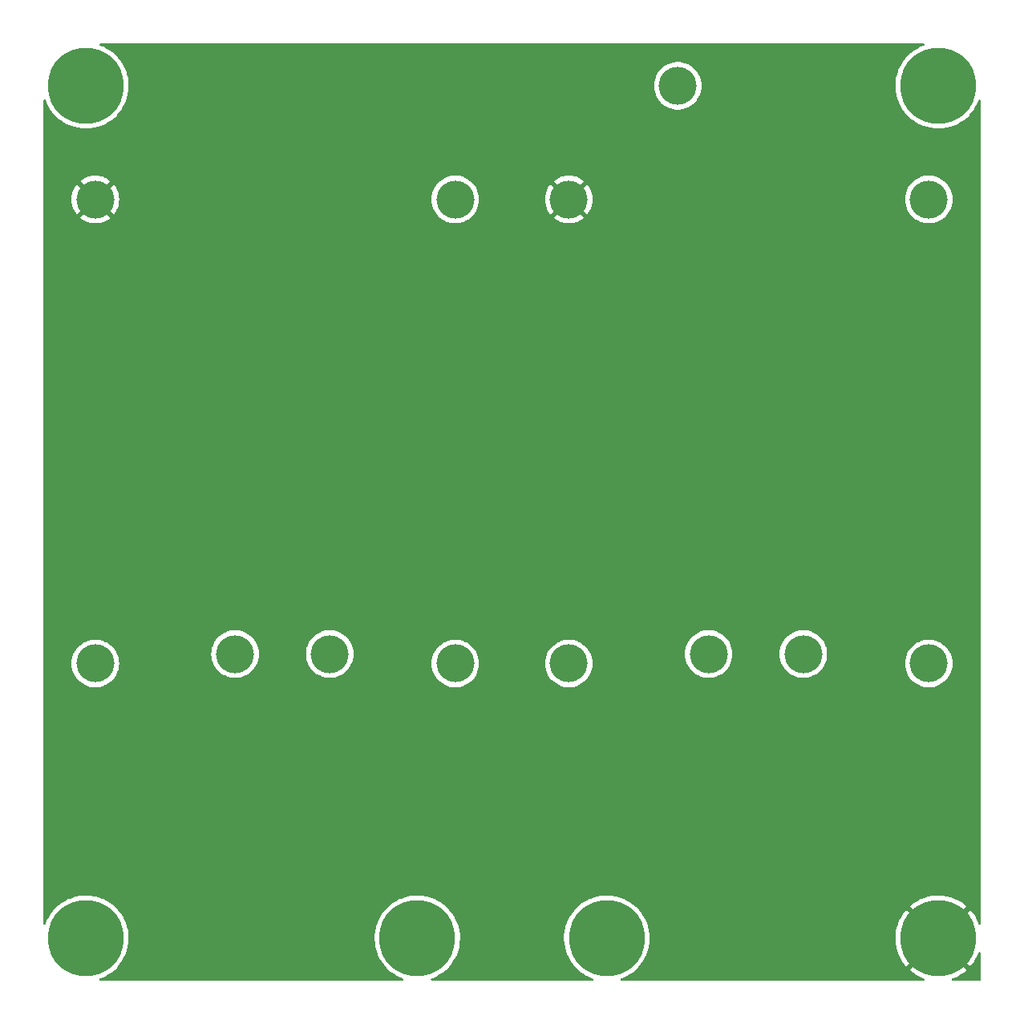
<source format=gbr>
%TF.GenerationSoftware,KiCad,Pcbnew,(6.0.7)*%
%TF.CreationDate,2022-10-27T22:38:12-07:00*%
%TF.ProjectId,3s25ABMS,33733235-4142-44d5-932e-6b696361645f,1.0*%
%TF.SameCoordinates,Original*%
%TF.FileFunction,Copper,L3,Inr*%
%TF.FilePolarity,Positive*%
%FSLAX46Y46*%
G04 Gerber Fmt 4.6, Leading zero omitted, Abs format (unit mm)*
G04 Created by KiCad (PCBNEW (6.0.7)) date 2022-10-27 22:38:12*
%MOMM*%
%LPD*%
G01*
G04 APERTURE LIST*
%TA.AperFunction,ComponentPad*%
%ADD10C,4.000000*%
%TD*%
%TA.AperFunction,ComponentPad*%
%ADD11C,0.900000*%
%TD*%
%TA.AperFunction,ComponentPad*%
%ADD12C,8.000000*%
%TD*%
%TA.AperFunction,ViaPad*%
%ADD13C,4.000000*%
%TD*%
G04 APERTURE END LIST*
D10*
%TO.N,Net-(H6-Pad1)*%
%TO.C,U2*%
X120750000Y-115000000D03*
%TO.N,Net-(F4-Pad1)*%
X130750000Y-115000000D03*
%TO.N,B2*%
X144000000Y-67000000D03*
%TO.N,B-*%
X106000000Y-67000000D03*
%TO.N,B1*%
X106000000Y-116000000D03*
%TO.N,B+*%
X144000000Y-116000000D03*
%TD*%
D11*
%TO.N,B+*%
%TO.C,H1*%
X58000000Y-145000000D03*
X52000000Y-145000000D03*
X57121320Y-142878680D03*
D12*
X55000000Y-145000000D03*
D11*
X55000000Y-142000000D03*
X52878680Y-142878680D03*
X55000000Y-148000000D03*
X57121320Y-147121320D03*
X52878680Y-147121320D03*
%TD*%
%TO.N,Net-(F2-Pad2)*%
%TO.C,H2*%
X57121320Y-52878680D03*
X55000000Y-52000000D03*
X52878680Y-57121320D03*
X58000000Y-55000000D03*
X52000000Y-55000000D03*
X57121320Y-57121320D03*
X55000000Y-58000000D03*
D12*
X55000000Y-55000000D03*
D11*
X52878680Y-52878680D03*
%TD*%
D12*
%TO.N,Net-(F3-Pad2)*%
%TO.C,H5*%
X110000000Y-145000000D03*
D11*
X107878680Y-142878680D03*
X107000000Y-145000000D03*
X113000000Y-145000000D03*
X110000000Y-148000000D03*
X107878680Y-147121320D03*
X112121320Y-142878680D03*
X110000000Y-142000000D03*
X112121320Y-147121320D03*
%TD*%
%TO.N,Net-(H6-Pad1)*%
%TO.C,H6*%
X87878680Y-142878680D03*
D12*
X90000000Y-145000000D03*
D11*
X90000000Y-148000000D03*
X92121320Y-142878680D03*
X90000000Y-142000000D03*
X87878680Y-147121320D03*
X93000000Y-145000000D03*
X87000000Y-145000000D03*
X92121320Y-147121320D03*
%TD*%
%TO.N,B-*%
%TO.C,H4*%
X142878680Y-142878680D03*
D12*
X145000000Y-145000000D03*
D11*
X145000000Y-142000000D03*
X147121320Y-147121320D03*
X147121320Y-142878680D03*
X145000000Y-148000000D03*
X142000000Y-145000000D03*
X148000000Y-145000000D03*
X142878680Y-147121320D03*
%TD*%
%TO.N,Net-(F1-Pad2)*%
%TO.C,H3*%
X145000000Y-58000000D03*
X147121320Y-52878680D03*
X142878680Y-57121320D03*
X142000000Y-55000000D03*
D12*
X145000000Y-55000000D03*
D11*
X147121320Y-57121320D03*
X145000000Y-52000000D03*
X142878680Y-52878680D03*
X148000000Y-55000000D03*
%TD*%
D10*
%TO.N,B+*%
%TO.C,U1*%
X94000000Y-116000000D03*
%TO.N,B1*%
X56000000Y-116000000D03*
%TO.N,B-*%
X56000000Y-67000000D03*
%TO.N,B2*%
X94000000Y-67000000D03*
%TO.N,Net-(F3-Pad1)*%
X80750000Y-115000000D03*
%TO.N,Net-(H6-Pad1)*%
X70750000Y-115000000D03*
%TD*%
D13*
%TO.N,B1*%
X117500000Y-55000000D03*
%TD*%
%TA.AperFunction,Conductor*%
%TO.N,B-*%
G36*
X143502653Y-50528502D02*
G01*
X143549146Y-50582158D01*
X143559250Y-50652432D01*
X143529756Y-50717012D01*
X143481325Y-50751489D01*
X143135529Y-50889797D01*
X143132982Y-50891095D01*
X142773227Y-51074399D01*
X142773222Y-51074402D01*
X142770684Y-51075695D01*
X142424189Y-51293894D01*
X142098896Y-51542599D01*
X141797483Y-51819763D01*
X141522430Y-52123104D01*
X141276002Y-52450125D01*
X141060227Y-52798135D01*
X141058947Y-52800691D01*
X141058942Y-52800700D01*
X140949635Y-53018982D01*
X140876881Y-53164269D01*
X140875840Y-53166925D01*
X140875837Y-53166932D01*
X140785561Y-53397290D01*
X140727473Y-53545513D01*
X140726681Y-53548240D01*
X140726677Y-53548251D01*
X140656715Y-53789063D01*
X140613233Y-53938729D01*
X140535101Y-54340681D01*
X140493721Y-54748060D01*
X140489433Y-55157512D01*
X140489662Y-55160357D01*
X140489662Y-55160360D01*
X140517465Y-55505910D01*
X140522273Y-55565668D01*
X140591969Y-55969168D01*
X140697949Y-56364691D01*
X140698934Y-56367368D01*
X140828892Y-56720582D01*
X140839340Y-56748980D01*
X141014979Y-57118874D01*
X141016937Y-57122184D01*
X141193473Y-57420691D01*
X141223418Y-57471326D01*
X141462944Y-57803436D01*
X141731584Y-58112471D01*
X142027126Y-58395886D01*
X142029344Y-58397656D01*
X142029349Y-58397661D01*
X142187132Y-58523617D01*
X142347139Y-58651349D01*
X142349520Y-58652919D01*
X142639482Y-58844113D01*
X142688989Y-58876757D01*
X142691519Y-58878113D01*
X142691518Y-58878113D01*
X142998340Y-59042630D01*
X143049860Y-59070255D01*
X143426784Y-59230250D01*
X143429522Y-59231129D01*
X143813931Y-59354549D01*
X143813935Y-59354550D01*
X143816657Y-59355424D01*
X143819447Y-59356048D01*
X143819452Y-59356049D01*
X144213477Y-59444125D01*
X144213488Y-59444127D01*
X144216271Y-59444749D01*
X144622335Y-59497487D01*
X145031509Y-59513206D01*
X145034371Y-59513056D01*
X145034372Y-59513056D01*
X145437566Y-59491926D01*
X145437573Y-59491925D01*
X145440422Y-59491776D01*
X145443245Y-59491369D01*
X145443247Y-59491369D01*
X145842889Y-59433780D01*
X145842896Y-59433779D01*
X145845711Y-59433373D01*
X146244038Y-59338478D01*
X146246736Y-59337570D01*
X146246743Y-59337568D01*
X146629414Y-59208785D01*
X146629420Y-59208783D01*
X146632126Y-59207872D01*
X147006779Y-59042630D01*
X147364914Y-58844113D01*
X147703583Y-58613954D01*
X148019998Y-58354047D01*
X148022036Y-58352038D01*
X148022043Y-58352031D01*
X148267161Y-58110311D01*
X148311555Y-58066533D01*
X148317261Y-58059781D01*
X148574008Y-57755963D01*
X148574013Y-57755957D01*
X148575854Y-57753778D01*
X148747600Y-57508500D01*
X148809084Y-57420691D01*
X148810719Y-57418356D01*
X149014217Y-57063027D01*
X149015401Y-57060441D01*
X149183485Y-56693316D01*
X149183488Y-56693307D01*
X149184674Y-56690718D01*
X149246654Y-56514715D01*
X149288147Y-56457106D01*
X149354199Y-56431075D01*
X149423840Y-56444887D01*
X149474957Y-56494156D01*
X149491500Y-56556567D01*
X149491500Y-143440564D01*
X149471498Y-143508685D01*
X149417842Y-143555178D01*
X149347568Y-143565282D01*
X149282988Y-143535788D01*
X149245803Y-143479918D01*
X149219588Y-143400183D01*
X149217558Y-143394841D01*
X149057226Y-143024336D01*
X149054722Y-143019202D01*
X148861471Y-142664752D01*
X148858508Y-142659861D01*
X148633930Y-142324389D01*
X148630537Y-142319787D01*
X148376832Y-142006489D01*
X148363963Y-141999226D01*
X148362596Y-141999305D01*
X148355268Y-142003942D01*
X148006618Y-142352592D01*
X147121320Y-143237889D01*
X146595233Y-143763977D01*
X145372022Y-144987188D01*
X145364408Y-145001132D01*
X145364539Y-145002965D01*
X145368790Y-145009580D01*
X146595232Y-146236022D01*
X147049739Y-146690530D01*
X147121319Y-146762110D01*
X148006617Y-147647407D01*
X148350688Y-147991478D01*
X148364134Y-147998820D01*
X148373970Y-147991900D01*
X148573611Y-147755657D01*
X148577097Y-147751130D01*
X148808659Y-147420424D01*
X148811716Y-147415608D01*
X149012350Y-147065281D01*
X149014962Y-147060199D01*
X149183020Y-146693127D01*
X149185159Y-146687834D01*
X149246654Y-146513208D01*
X149288147Y-146455599D01*
X149354200Y-146429568D01*
X149423840Y-146443380D01*
X149474957Y-146492650D01*
X149491500Y-146555060D01*
X149491500Y-149365500D01*
X149471498Y-149433621D01*
X149417842Y-149480114D01*
X149365500Y-149491500D01*
X146557210Y-149491500D01*
X146489089Y-149471498D01*
X146442596Y-149417842D01*
X146432492Y-149347568D01*
X146461986Y-149282988D01*
X146517021Y-149246081D01*
X146629233Y-149208318D01*
X146634563Y-149206250D01*
X147003946Y-149043332D01*
X147009053Y-149040797D01*
X147362145Y-148845075D01*
X147367024Y-148842074D01*
X147700898Y-148615174D01*
X147705511Y-148611723D01*
X147991829Y-148376539D01*
X148000290Y-148364106D01*
X147994040Y-148353250D01*
X147647408Y-148006618D01*
X146762111Y-147121320D01*
X146236023Y-146595233D01*
X145012812Y-145372022D01*
X144998868Y-145364408D01*
X144997035Y-145364539D01*
X144990420Y-145368790D01*
X143763978Y-146595232D01*
X142878680Y-147480529D01*
X142352593Y-148006617D01*
X142007723Y-148351487D01*
X142000109Y-148365431D01*
X142000190Y-148366564D01*
X142005168Y-148374136D01*
X142025401Y-148393539D01*
X142029678Y-148397283D01*
X142345218Y-148649175D01*
X142349801Y-148652505D01*
X142686867Y-148874759D01*
X142691763Y-148877677D01*
X143047543Y-149068444D01*
X143052717Y-149070923D01*
X143424339Y-149228668D01*
X143429680Y-149230654D01*
X143476020Y-149245532D01*
X143534766Y-149285400D01*
X143562631Y-149350700D01*
X143550769Y-149420699D01*
X143502945Y-149473172D01*
X143437503Y-149491500D01*
X111558779Y-149491500D01*
X111490658Y-149471498D01*
X111444165Y-149417842D01*
X111434061Y-149347568D01*
X111463555Y-149282988D01*
X111518590Y-149246081D01*
X111520222Y-149245532D01*
X111570332Y-149228668D01*
X111629414Y-149208785D01*
X111629420Y-149208783D01*
X111632126Y-149207872D01*
X112006779Y-149042630D01*
X112364914Y-148844113D01*
X112703583Y-148613954D01*
X112992616Y-148376539D01*
X113017779Y-148355870D01*
X113017783Y-148355867D01*
X113019998Y-148354047D01*
X113022036Y-148352038D01*
X113022043Y-148352031D01*
X113267161Y-148110311D01*
X113311555Y-148066533D01*
X113368777Y-147998820D01*
X113574008Y-147755963D01*
X113574013Y-147755957D01*
X113575854Y-147753778D01*
X113810719Y-147418356D01*
X114014217Y-147063027D01*
X114156909Y-146751362D01*
X114183485Y-146693316D01*
X114183488Y-146693307D01*
X114184674Y-146690718D01*
X114320685Y-146304492D01*
X114321387Y-146301718D01*
X114420430Y-145910307D01*
X114420431Y-145910303D01*
X114421133Y-145907528D01*
X114485189Y-145503095D01*
X114508333Y-145154638D01*
X140489964Y-145154638D01*
X140490163Y-145160343D01*
X140522540Y-145562753D01*
X140523258Y-145568430D01*
X140591970Y-145966229D01*
X140593201Y-145971829D01*
X140697689Y-146361786D01*
X140699413Y-146367219D01*
X140838817Y-146746108D01*
X140841025Y-146751362D01*
X141014192Y-147116050D01*
X141016877Y-147121099D01*
X141222390Y-147468606D01*
X141225500Y-147473358D01*
X141461668Y-147800812D01*
X141465208Y-147805278D01*
X141625528Y-147989704D01*
X141638657Y-147998113D01*
X141648570Y-147992220D01*
X141993382Y-147647408D01*
X142878680Y-146762111D01*
X142950260Y-146690531D01*
X143404767Y-146236023D01*
X144627978Y-145012812D01*
X144635592Y-144998868D01*
X144635461Y-144997035D01*
X144631210Y-144990420D01*
X143404768Y-143763978D01*
X142519471Y-142878680D01*
X141993383Y-142352593D01*
X141650424Y-142009634D01*
X141636480Y-142002020D01*
X141636287Y-142002033D01*
X141627465Y-142008012D01*
X141524743Y-142121298D01*
X141521091Y-142125712D01*
X141278139Y-142448120D01*
X141274906Y-142452843D01*
X141062173Y-142795946D01*
X141059379Y-142800946D01*
X140878624Y-143161905D01*
X140876290Y-143167147D01*
X140728992Y-143543009D01*
X140727149Y-143548422D01*
X140614517Y-143936103D01*
X140613175Y-143941653D01*
X140536142Y-144337952D01*
X140535309Y-144343593D01*
X140494512Y-144745234D01*
X140494192Y-144750958D01*
X140489964Y-145154638D01*
X114508333Y-145154638D01*
X114512326Y-145094520D01*
X114513316Y-145000000D01*
X114494741Y-144590947D01*
X114439169Y-144185260D01*
X114347057Y-143786280D01*
X114341460Y-143769255D01*
X114220057Y-143400005D01*
X114220054Y-143399998D01*
X114219164Y-143397290D01*
X114056542Y-143021492D01*
X113933436Y-142795701D01*
X113861899Y-142664492D01*
X113861895Y-142664485D01*
X113860529Y-142661980D01*
X113780190Y-142541971D01*
X113634332Y-142324090D01*
X113634324Y-142324079D01*
X113632740Y-142321713D01*
X113375049Y-142003491D01*
X113370979Y-141999305D01*
X113091567Y-141711980D01*
X113091563Y-141711976D01*
X113089577Y-141709934D01*
X113087419Y-141708084D01*
X113087409Y-141708075D01*
X113006483Y-141638713D01*
X142001723Y-141638713D01*
X142001735Y-141639144D01*
X142007102Y-141647892D01*
X142352592Y-141993382D01*
X142809334Y-142450125D01*
X142878679Y-142519470D01*
X143763977Y-143404767D01*
X144987188Y-144627978D01*
X145001132Y-144635592D01*
X145002965Y-144635461D01*
X145009580Y-144631210D01*
X146236022Y-143404768D01*
X147121320Y-142519471D01*
X147190665Y-142450126D01*
X147647407Y-141993383D01*
X147990943Y-141649847D01*
X147998351Y-141636280D01*
X147991609Y-141626624D01*
X147780533Y-141445711D01*
X147776040Y-141442200D01*
X147446969Y-141208341D01*
X147442146Y-141205233D01*
X147093242Y-141002166D01*
X147088177Y-140999519D01*
X146722296Y-140828905D01*
X146717003Y-140826724D01*
X146337166Y-140689973D01*
X146331706Y-140688284D01*
X145941036Y-140586522D01*
X145935446Y-140585334D01*
X145537154Y-140519397D01*
X145531490Y-140518721D01*
X145128851Y-140489153D01*
X145123150Y-140488994D01*
X144719489Y-140496040D01*
X144713801Y-140496398D01*
X144312457Y-140539998D01*
X144306787Y-140540876D01*
X143911058Y-140620669D01*
X143905512Y-140622051D01*
X143518627Y-140737387D01*
X143513223Y-140739269D01*
X143138396Y-140889189D01*
X143133189Y-140891551D01*
X142773475Y-141074834D01*
X142768510Y-141077655D01*
X142426897Y-141292781D01*
X142422202Y-141296044D01*
X142101494Y-141541243D01*
X142097114Y-141544917D01*
X142009910Y-141625106D01*
X142001723Y-141638713D01*
X113006483Y-141638713D01*
X112780849Y-141445321D01*
X112780844Y-141445317D01*
X112778675Y-141443458D01*
X112776344Y-141441801D01*
X112776337Y-141441796D01*
X112570663Y-141295632D01*
X112444900Y-141206257D01*
X112267950Y-141103270D01*
X112093474Y-141001722D01*
X112093469Y-141001719D01*
X112091001Y-141000283D01*
X111856846Y-140891095D01*
X111722487Y-140828442D01*
X111722477Y-140828438D01*
X111719891Y-140827232D01*
X111717194Y-140826261D01*
X111337314Y-140689495D01*
X111337305Y-140689492D01*
X111334624Y-140688527D01*
X111072247Y-140620183D01*
X110941140Y-140586032D01*
X110941134Y-140586031D01*
X110938371Y-140585311D01*
X110534395Y-140518433D01*
X110531552Y-140518224D01*
X110531550Y-140518224D01*
X110128865Y-140488653D01*
X110126019Y-140488444D01*
X109956043Y-140491411D01*
X109719458Y-140495540D01*
X109719453Y-140495540D01*
X109716607Y-140495590D01*
X109713774Y-140495898D01*
X109713770Y-140495898D01*
X109384896Y-140531625D01*
X109309527Y-140539813D01*
X108908130Y-140620749D01*
X108905402Y-140621562D01*
X108905391Y-140621565D01*
X108675922Y-140689973D01*
X108515721Y-140737731D01*
X108513060Y-140738795D01*
X108513058Y-140738796D01*
X108288927Y-140828442D01*
X108135529Y-140889797D01*
X108132982Y-140891095D01*
X107773227Y-141074399D01*
X107773222Y-141074402D01*
X107770684Y-141075695D01*
X107768265Y-141077218D01*
X107768262Y-141077220D01*
X107597437Y-141184794D01*
X107424189Y-141293894D01*
X107098896Y-141542599D01*
X106797483Y-141819763D01*
X106522430Y-142123104D01*
X106276002Y-142450125D01*
X106060227Y-142798135D01*
X106058947Y-142800691D01*
X106058942Y-142800700D01*
X106058819Y-142800946D01*
X105876881Y-143164269D01*
X105875840Y-143166925D01*
X105875837Y-143166932D01*
X105786521Y-143394841D01*
X105727473Y-143545513D01*
X105726681Y-143548240D01*
X105726677Y-143548251D01*
X105656715Y-143789063D01*
X105613233Y-143938729D01*
X105535101Y-144340681D01*
X105493721Y-144748060D01*
X105489433Y-145157512D01*
X105489661Y-145160343D01*
X105489662Y-145160360D01*
X105517465Y-145505910D01*
X105522273Y-145565668D01*
X105591969Y-145969168D01*
X105697949Y-146364691D01*
X105698934Y-146367368D01*
X105817835Y-146690530D01*
X105839340Y-146748980D01*
X105840565Y-146751560D01*
X105840568Y-146751567D01*
X105845575Y-146762111D01*
X106014979Y-147118874D01*
X106016426Y-147121320D01*
X106193473Y-147420691D01*
X106223418Y-147471326D01*
X106225080Y-147473630D01*
X106225081Y-147473632D01*
X106461052Y-147800812D01*
X106462944Y-147803436D01*
X106731584Y-148112471D01*
X107027126Y-148395886D01*
X107029344Y-148397656D01*
X107029349Y-148397661D01*
X107187133Y-148523618D01*
X107347139Y-148651349D01*
X107349520Y-148652919D01*
X107640941Y-148845075D01*
X107688989Y-148876757D01*
X107691519Y-148878113D01*
X107691518Y-148878113D01*
X108046483Y-149068444D01*
X108049860Y-149070255D01*
X108426784Y-149230250D01*
X108429512Y-149231126D01*
X108429515Y-149231127D01*
X108445980Y-149236413D01*
X108474384Y-149245533D01*
X108533128Y-149285400D01*
X108560993Y-149350700D01*
X108549131Y-149420699D01*
X108501307Y-149473172D01*
X108435865Y-149491500D01*
X91558779Y-149491500D01*
X91490658Y-149471498D01*
X91444165Y-149417842D01*
X91434061Y-149347568D01*
X91463555Y-149282988D01*
X91518590Y-149246081D01*
X91520222Y-149245532D01*
X91570332Y-149228668D01*
X91629414Y-149208785D01*
X91629420Y-149208783D01*
X91632126Y-149207872D01*
X92006779Y-149042630D01*
X92364914Y-148844113D01*
X92703583Y-148613954D01*
X92992616Y-148376539D01*
X93017779Y-148355870D01*
X93017783Y-148355867D01*
X93019998Y-148354047D01*
X93022036Y-148352038D01*
X93022043Y-148352031D01*
X93267161Y-148110311D01*
X93311555Y-148066533D01*
X93368777Y-147998820D01*
X93574008Y-147755963D01*
X93574013Y-147755957D01*
X93575854Y-147753778D01*
X93810719Y-147418356D01*
X94014217Y-147063027D01*
X94156909Y-146751362D01*
X94183485Y-146693316D01*
X94183488Y-146693307D01*
X94184674Y-146690718D01*
X94320685Y-146304492D01*
X94321387Y-146301718D01*
X94420430Y-145910307D01*
X94420431Y-145910303D01*
X94421133Y-145907528D01*
X94485189Y-145503095D01*
X94512326Y-145094520D01*
X94513316Y-145000000D01*
X94494741Y-144590947D01*
X94439169Y-144185260D01*
X94347057Y-143786280D01*
X94341460Y-143769255D01*
X94220057Y-143400005D01*
X94220054Y-143399998D01*
X94219164Y-143397290D01*
X94056542Y-143021492D01*
X93933436Y-142795701D01*
X93861899Y-142664492D01*
X93861895Y-142664485D01*
X93860529Y-142661980D01*
X93780190Y-142541971D01*
X93634332Y-142324090D01*
X93634324Y-142324079D01*
X93632740Y-142321713D01*
X93375049Y-142003491D01*
X93370979Y-141999305D01*
X93091567Y-141711980D01*
X93091563Y-141711976D01*
X93089577Y-141709934D01*
X93087419Y-141708084D01*
X93087409Y-141708075D01*
X92780849Y-141445321D01*
X92780844Y-141445317D01*
X92778675Y-141443458D01*
X92776344Y-141441801D01*
X92776337Y-141441796D01*
X92570663Y-141295632D01*
X92444900Y-141206257D01*
X92267950Y-141103270D01*
X92093474Y-141001722D01*
X92093469Y-141001719D01*
X92091001Y-141000283D01*
X91856846Y-140891095D01*
X91722487Y-140828442D01*
X91722477Y-140828438D01*
X91719891Y-140827232D01*
X91717194Y-140826261D01*
X91337314Y-140689495D01*
X91337305Y-140689492D01*
X91334624Y-140688527D01*
X91072247Y-140620183D01*
X90941140Y-140586032D01*
X90941134Y-140586031D01*
X90938371Y-140585311D01*
X90534395Y-140518433D01*
X90531552Y-140518224D01*
X90531550Y-140518224D01*
X90128865Y-140488653D01*
X90126019Y-140488444D01*
X89956043Y-140491411D01*
X89719458Y-140495540D01*
X89719453Y-140495540D01*
X89716607Y-140495590D01*
X89713774Y-140495898D01*
X89713770Y-140495898D01*
X89384896Y-140531625D01*
X89309527Y-140539813D01*
X88908130Y-140620749D01*
X88905402Y-140621562D01*
X88905391Y-140621565D01*
X88675922Y-140689973D01*
X88515721Y-140737731D01*
X88513060Y-140738795D01*
X88513058Y-140738796D01*
X88288927Y-140828442D01*
X88135529Y-140889797D01*
X88132982Y-140891095D01*
X87773227Y-141074399D01*
X87773222Y-141074402D01*
X87770684Y-141075695D01*
X87768265Y-141077218D01*
X87768262Y-141077220D01*
X87597437Y-141184794D01*
X87424189Y-141293894D01*
X87098896Y-141542599D01*
X86797483Y-141819763D01*
X86522430Y-142123104D01*
X86276002Y-142450125D01*
X86060227Y-142798135D01*
X86058947Y-142800691D01*
X86058942Y-142800700D01*
X86058819Y-142800946D01*
X85876881Y-143164269D01*
X85875840Y-143166925D01*
X85875837Y-143166932D01*
X85786521Y-143394841D01*
X85727473Y-143545513D01*
X85726681Y-143548240D01*
X85726677Y-143548251D01*
X85656715Y-143789063D01*
X85613233Y-143938729D01*
X85535101Y-144340681D01*
X85493721Y-144748060D01*
X85489433Y-145157512D01*
X85489661Y-145160343D01*
X85489662Y-145160360D01*
X85517465Y-145505910D01*
X85522273Y-145565668D01*
X85591969Y-145969168D01*
X85697949Y-146364691D01*
X85698934Y-146367368D01*
X85817835Y-146690530D01*
X85839340Y-146748980D01*
X85840565Y-146751560D01*
X85840568Y-146751567D01*
X85845575Y-146762111D01*
X86014979Y-147118874D01*
X86016426Y-147121320D01*
X86193473Y-147420691D01*
X86223418Y-147471326D01*
X86225080Y-147473630D01*
X86225081Y-147473632D01*
X86461052Y-147800812D01*
X86462944Y-147803436D01*
X86731584Y-148112471D01*
X87027126Y-148395886D01*
X87029344Y-148397656D01*
X87029349Y-148397661D01*
X87187133Y-148523618D01*
X87347139Y-148651349D01*
X87349520Y-148652919D01*
X87640941Y-148845075D01*
X87688989Y-148876757D01*
X87691519Y-148878113D01*
X87691518Y-148878113D01*
X88046483Y-149068444D01*
X88049860Y-149070255D01*
X88426784Y-149230250D01*
X88429512Y-149231126D01*
X88429515Y-149231127D01*
X88445980Y-149236413D01*
X88474384Y-149245533D01*
X88533128Y-149285400D01*
X88560993Y-149350700D01*
X88549131Y-149420699D01*
X88501307Y-149473172D01*
X88435865Y-149491500D01*
X56558779Y-149491500D01*
X56490658Y-149471498D01*
X56444165Y-149417842D01*
X56434061Y-149347568D01*
X56463555Y-149282988D01*
X56518590Y-149246081D01*
X56520222Y-149245532D01*
X56570332Y-149228668D01*
X56629414Y-149208785D01*
X56629420Y-149208783D01*
X56632126Y-149207872D01*
X57006779Y-149042630D01*
X57364914Y-148844113D01*
X57703583Y-148613954D01*
X57992616Y-148376539D01*
X58017779Y-148355870D01*
X58017783Y-148355867D01*
X58019998Y-148354047D01*
X58022036Y-148352038D01*
X58022043Y-148352031D01*
X58267161Y-148110311D01*
X58311555Y-148066533D01*
X58368777Y-147998820D01*
X58574008Y-147755963D01*
X58574013Y-147755957D01*
X58575854Y-147753778D01*
X58810719Y-147418356D01*
X59014217Y-147063027D01*
X59156909Y-146751362D01*
X59183485Y-146693316D01*
X59183488Y-146693307D01*
X59184674Y-146690718D01*
X59320685Y-146304492D01*
X59321387Y-146301718D01*
X59420430Y-145910307D01*
X59420431Y-145910303D01*
X59421133Y-145907528D01*
X59485189Y-145503095D01*
X59512326Y-145094520D01*
X59513316Y-145000000D01*
X59494741Y-144590947D01*
X59439169Y-144185260D01*
X59347057Y-143786280D01*
X59341460Y-143769255D01*
X59220057Y-143400005D01*
X59220054Y-143399998D01*
X59219164Y-143397290D01*
X59056542Y-143021492D01*
X58933436Y-142795701D01*
X58861899Y-142664492D01*
X58861895Y-142664485D01*
X58860529Y-142661980D01*
X58780190Y-142541971D01*
X58634332Y-142324090D01*
X58634324Y-142324079D01*
X58632740Y-142321713D01*
X58375049Y-142003491D01*
X58370979Y-141999305D01*
X58091567Y-141711980D01*
X58091563Y-141711976D01*
X58089577Y-141709934D01*
X58087419Y-141708084D01*
X58087409Y-141708075D01*
X57780849Y-141445321D01*
X57780844Y-141445317D01*
X57778675Y-141443458D01*
X57776344Y-141441801D01*
X57776337Y-141441796D01*
X57570663Y-141295632D01*
X57444900Y-141206257D01*
X57267950Y-141103270D01*
X57093474Y-141001722D01*
X57093469Y-141001719D01*
X57091001Y-141000283D01*
X56856846Y-140891095D01*
X56722487Y-140828442D01*
X56722477Y-140828438D01*
X56719891Y-140827232D01*
X56717194Y-140826261D01*
X56337314Y-140689495D01*
X56337305Y-140689492D01*
X56334624Y-140688527D01*
X56072247Y-140620183D01*
X55941140Y-140586032D01*
X55941134Y-140586031D01*
X55938371Y-140585311D01*
X55534395Y-140518433D01*
X55531552Y-140518224D01*
X55531550Y-140518224D01*
X55128865Y-140488653D01*
X55126019Y-140488444D01*
X54956043Y-140491411D01*
X54719458Y-140495540D01*
X54719453Y-140495540D01*
X54716607Y-140495590D01*
X54713774Y-140495898D01*
X54713770Y-140495898D01*
X54384896Y-140531625D01*
X54309527Y-140539813D01*
X53908130Y-140620749D01*
X53905402Y-140621562D01*
X53905391Y-140621565D01*
X53675922Y-140689973D01*
X53515721Y-140737731D01*
X53513060Y-140738795D01*
X53513058Y-140738796D01*
X53288927Y-140828442D01*
X53135529Y-140889797D01*
X53132982Y-140891095D01*
X52773227Y-141074399D01*
X52773222Y-141074402D01*
X52770684Y-141075695D01*
X52768265Y-141077218D01*
X52768262Y-141077220D01*
X52597437Y-141184794D01*
X52424189Y-141293894D01*
X52098896Y-141542599D01*
X51797483Y-141819763D01*
X51522430Y-142123104D01*
X51276002Y-142450125D01*
X51060227Y-142798135D01*
X51058947Y-142800691D01*
X51058942Y-142800700D01*
X51058819Y-142800946D01*
X50876881Y-143164269D01*
X50875836Y-143166935D01*
X50875834Y-143166940D01*
X50751813Y-143483404D01*
X50708334Y-143539530D01*
X50641414Y-143563240D01*
X50572298Y-143547006D01*
X50522931Y-143495982D01*
X50508500Y-143437430D01*
X50508500Y-116000000D01*
X53486540Y-116000000D01*
X53506359Y-116315020D01*
X53565505Y-116625072D01*
X53663044Y-116925266D01*
X53664731Y-116928852D01*
X53664733Y-116928856D01*
X53795750Y-117207283D01*
X53795754Y-117207290D01*
X53797438Y-117210869D01*
X53966568Y-117477375D01*
X54167767Y-117720582D01*
X54397860Y-117936654D01*
X54653221Y-118122184D01*
X54929821Y-118274247D01*
X54933490Y-118275700D01*
X54933495Y-118275702D01*
X55219628Y-118388990D01*
X55223298Y-118390443D01*
X55529025Y-118468940D01*
X55842179Y-118508500D01*
X56157821Y-118508500D01*
X56470975Y-118468940D01*
X56776702Y-118390443D01*
X56780372Y-118388990D01*
X57066505Y-118275702D01*
X57066510Y-118275700D01*
X57070179Y-118274247D01*
X57346779Y-118122184D01*
X57602140Y-117936654D01*
X57832233Y-117720582D01*
X58033432Y-117477375D01*
X58202562Y-117210869D01*
X58204246Y-117207290D01*
X58204250Y-117207283D01*
X58335267Y-116928856D01*
X58335269Y-116928852D01*
X58336956Y-116925266D01*
X58434495Y-116625072D01*
X58493641Y-116315020D01*
X58513460Y-116000000D01*
X58493641Y-115684980D01*
X58434495Y-115374928D01*
X58336956Y-115074734D01*
X58335267Y-115071144D01*
X58301789Y-115000000D01*
X68236540Y-115000000D01*
X68256359Y-115315020D01*
X68315505Y-115625072D01*
X68413044Y-115925266D01*
X68414731Y-115928852D01*
X68414733Y-115928856D01*
X68545750Y-116207283D01*
X68545754Y-116207290D01*
X68547438Y-116210869D01*
X68716568Y-116477375D01*
X68917767Y-116720582D01*
X69147860Y-116936654D01*
X69403221Y-117122184D01*
X69406690Y-117124091D01*
X69406693Y-117124093D01*
X69676352Y-117272340D01*
X69679821Y-117274247D01*
X69683490Y-117275700D01*
X69683495Y-117275702D01*
X69969628Y-117388990D01*
X69973298Y-117390443D01*
X70279025Y-117468940D01*
X70592179Y-117508500D01*
X70907821Y-117508500D01*
X71220975Y-117468940D01*
X71526702Y-117390443D01*
X71530372Y-117388990D01*
X71816505Y-117275702D01*
X71816510Y-117275700D01*
X71820179Y-117274247D01*
X71823648Y-117272340D01*
X72093307Y-117124093D01*
X72093310Y-117124091D01*
X72096779Y-117122184D01*
X72352140Y-116936654D01*
X72582233Y-116720582D01*
X72783432Y-116477375D01*
X72952562Y-116210869D01*
X72954246Y-116207290D01*
X72954250Y-116207283D01*
X73085267Y-115928856D01*
X73085269Y-115928852D01*
X73086956Y-115925266D01*
X73184495Y-115625072D01*
X73243641Y-115315020D01*
X73263460Y-115000000D01*
X78236540Y-115000000D01*
X78256359Y-115315020D01*
X78315505Y-115625072D01*
X78413044Y-115925266D01*
X78414731Y-115928852D01*
X78414733Y-115928856D01*
X78545750Y-116207283D01*
X78545754Y-116207290D01*
X78547438Y-116210869D01*
X78716568Y-116477375D01*
X78917767Y-116720582D01*
X79147860Y-116936654D01*
X79403221Y-117122184D01*
X79406690Y-117124091D01*
X79406693Y-117124093D01*
X79676352Y-117272340D01*
X79679821Y-117274247D01*
X79683490Y-117275700D01*
X79683495Y-117275702D01*
X79969628Y-117388990D01*
X79973298Y-117390443D01*
X80279025Y-117468940D01*
X80592179Y-117508500D01*
X80907821Y-117508500D01*
X81220975Y-117468940D01*
X81526702Y-117390443D01*
X81530372Y-117388990D01*
X81816505Y-117275702D01*
X81816510Y-117275700D01*
X81820179Y-117274247D01*
X81823648Y-117272340D01*
X82093307Y-117124093D01*
X82093310Y-117124091D01*
X82096779Y-117122184D01*
X82352140Y-116936654D01*
X82582233Y-116720582D01*
X82783432Y-116477375D01*
X82952562Y-116210869D01*
X82954246Y-116207290D01*
X82954250Y-116207283D01*
X83051789Y-116000000D01*
X91486540Y-116000000D01*
X91506359Y-116315020D01*
X91565505Y-116625072D01*
X91663044Y-116925266D01*
X91664731Y-116928852D01*
X91664733Y-116928856D01*
X91795750Y-117207283D01*
X91795754Y-117207290D01*
X91797438Y-117210869D01*
X91966568Y-117477375D01*
X92167767Y-117720582D01*
X92397860Y-117936654D01*
X92653221Y-118122184D01*
X92929821Y-118274247D01*
X92933490Y-118275700D01*
X92933495Y-118275702D01*
X93219628Y-118388990D01*
X93223298Y-118390443D01*
X93529025Y-118468940D01*
X93842179Y-118508500D01*
X94157821Y-118508500D01*
X94470975Y-118468940D01*
X94776702Y-118390443D01*
X94780372Y-118388990D01*
X95066505Y-118275702D01*
X95066510Y-118275700D01*
X95070179Y-118274247D01*
X95346779Y-118122184D01*
X95602140Y-117936654D01*
X95832233Y-117720582D01*
X96033432Y-117477375D01*
X96202562Y-117210869D01*
X96204246Y-117207290D01*
X96204250Y-117207283D01*
X96335267Y-116928856D01*
X96335269Y-116928852D01*
X96336956Y-116925266D01*
X96434495Y-116625072D01*
X96493641Y-116315020D01*
X96513460Y-116000000D01*
X103486540Y-116000000D01*
X103506359Y-116315020D01*
X103565505Y-116625072D01*
X103663044Y-116925266D01*
X103664731Y-116928852D01*
X103664733Y-116928856D01*
X103795750Y-117207283D01*
X103795754Y-117207290D01*
X103797438Y-117210869D01*
X103966568Y-117477375D01*
X104167767Y-117720582D01*
X104397860Y-117936654D01*
X104653221Y-118122184D01*
X104929821Y-118274247D01*
X104933490Y-118275700D01*
X104933495Y-118275702D01*
X105219628Y-118388990D01*
X105223298Y-118390443D01*
X105529025Y-118468940D01*
X105842179Y-118508500D01*
X106157821Y-118508500D01*
X106470975Y-118468940D01*
X106776702Y-118390443D01*
X106780372Y-118388990D01*
X107066505Y-118275702D01*
X107066510Y-118275700D01*
X107070179Y-118274247D01*
X107346779Y-118122184D01*
X107602140Y-117936654D01*
X107832233Y-117720582D01*
X108033432Y-117477375D01*
X108202562Y-117210869D01*
X108204246Y-117207290D01*
X108204250Y-117207283D01*
X108335267Y-116928856D01*
X108335269Y-116928852D01*
X108336956Y-116925266D01*
X108434495Y-116625072D01*
X108493641Y-116315020D01*
X108513460Y-116000000D01*
X108493641Y-115684980D01*
X108434495Y-115374928D01*
X108336956Y-115074734D01*
X108335267Y-115071144D01*
X108301789Y-115000000D01*
X118236540Y-115000000D01*
X118256359Y-115315020D01*
X118315505Y-115625072D01*
X118413044Y-115925266D01*
X118414731Y-115928852D01*
X118414733Y-115928856D01*
X118545750Y-116207283D01*
X118545754Y-116207290D01*
X118547438Y-116210869D01*
X118716568Y-116477375D01*
X118917767Y-116720582D01*
X119147860Y-116936654D01*
X119403221Y-117122184D01*
X119406690Y-117124091D01*
X119406693Y-117124093D01*
X119676352Y-117272340D01*
X119679821Y-117274247D01*
X119683490Y-117275700D01*
X119683495Y-117275702D01*
X119969628Y-117388990D01*
X119973298Y-117390443D01*
X120279025Y-117468940D01*
X120592179Y-117508500D01*
X120907821Y-117508500D01*
X121220975Y-117468940D01*
X121526702Y-117390443D01*
X121530372Y-117388990D01*
X121816505Y-117275702D01*
X121816510Y-117275700D01*
X121820179Y-117274247D01*
X121823648Y-117272340D01*
X122093307Y-117124093D01*
X122093310Y-117124091D01*
X122096779Y-117122184D01*
X122352140Y-116936654D01*
X122582233Y-116720582D01*
X122783432Y-116477375D01*
X122952562Y-116210869D01*
X122954246Y-116207290D01*
X122954250Y-116207283D01*
X123085267Y-115928856D01*
X123085269Y-115928852D01*
X123086956Y-115925266D01*
X123184495Y-115625072D01*
X123243641Y-115315020D01*
X123263460Y-115000000D01*
X128236540Y-115000000D01*
X128256359Y-115315020D01*
X128315505Y-115625072D01*
X128413044Y-115925266D01*
X128414731Y-115928852D01*
X128414733Y-115928856D01*
X128545750Y-116207283D01*
X128545754Y-116207290D01*
X128547438Y-116210869D01*
X128716568Y-116477375D01*
X128917767Y-116720582D01*
X129147860Y-116936654D01*
X129403221Y-117122184D01*
X129406690Y-117124091D01*
X129406693Y-117124093D01*
X129676352Y-117272340D01*
X129679821Y-117274247D01*
X129683490Y-117275700D01*
X129683495Y-117275702D01*
X129969628Y-117388990D01*
X129973298Y-117390443D01*
X130279025Y-117468940D01*
X130592179Y-117508500D01*
X130907821Y-117508500D01*
X131220975Y-117468940D01*
X131526702Y-117390443D01*
X131530372Y-117388990D01*
X131816505Y-117275702D01*
X131816510Y-117275700D01*
X131820179Y-117274247D01*
X131823648Y-117272340D01*
X132093307Y-117124093D01*
X132093310Y-117124091D01*
X132096779Y-117122184D01*
X132352140Y-116936654D01*
X132582233Y-116720582D01*
X132783432Y-116477375D01*
X132952562Y-116210869D01*
X132954246Y-116207290D01*
X132954250Y-116207283D01*
X133051789Y-116000000D01*
X141486540Y-116000000D01*
X141506359Y-116315020D01*
X141565505Y-116625072D01*
X141663044Y-116925266D01*
X141664731Y-116928852D01*
X141664733Y-116928856D01*
X141795750Y-117207283D01*
X141795754Y-117207290D01*
X141797438Y-117210869D01*
X141966568Y-117477375D01*
X142167767Y-117720582D01*
X142397860Y-117936654D01*
X142653221Y-118122184D01*
X142929821Y-118274247D01*
X142933490Y-118275700D01*
X142933495Y-118275702D01*
X143219628Y-118388990D01*
X143223298Y-118390443D01*
X143529025Y-118468940D01*
X143842179Y-118508500D01*
X144157821Y-118508500D01*
X144470975Y-118468940D01*
X144776702Y-118390443D01*
X144780372Y-118388990D01*
X145066505Y-118275702D01*
X145066510Y-118275700D01*
X145070179Y-118274247D01*
X145346779Y-118122184D01*
X145602140Y-117936654D01*
X145832233Y-117720582D01*
X146033432Y-117477375D01*
X146202562Y-117210869D01*
X146204246Y-117207290D01*
X146204250Y-117207283D01*
X146335267Y-116928856D01*
X146335269Y-116928852D01*
X146336956Y-116925266D01*
X146434495Y-116625072D01*
X146493641Y-116315020D01*
X146513460Y-116000000D01*
X146493641Y-115684980D01*
X146434495Y-115374928D01*
X146336956Y-115074734D01*
X146335267Y-115071144D01*
X146204250Y-114792717D01*
X146204246Y-114792710D01*
X146202562Y-114789131D01*
X146033432Y-114522625D01*
X145832233Y-114279418D01*
X145602140Y-114063346D01*
X145346779Y-113877816D01*
X145191986Y-113792717D01*
X145073648Y-113727660D01*
X145073647Y-113727659D01*
X145070179Y-113725753D01*
X145066510Y-113724300D01*
X145066505Y-113724298D01*
X144780372Y-113611010D01*
X144780371Y-113611010D01*
X144776702Y-113609557D01*
X144470975Y-113531060D01*
X144157821Y-113491500D01*
X143842179Y-113491500D01*
X143529025Y-113531060D01*
X143223298Y-113609557D01*
X143219629Y-113611010D01*
X143219628Y-113611010D01*
X142933495Y-113724298D01*
X142933490Y-113724300D01*
X142929821Y-113725753D01*
X142926353Y-113727659D01*
X142926352Y-113727660D01*
X142808015Y-113792717D01*
X142653221Y-113877816D01*
X142397860Y-114063346D01*
X142167767Y-114279418D01*
X141966568Y-114522625D01*
X141797438Y-114789131D01*
X141795754Y-114792710D01*
X141795750Y-114792717D01*
X141664733Y-115071144D01*
X141663044Y-115074734D01*
X141565505Y-115374928D01*
X141506359Y-115684980D01*
X141486540Y-116000000D01*
X133051789Y-116000000D01*
X133085267Y-115928856D01*
X133085269Y-115928852D01*
X133086956Y-115925266D01*
X133184495Y-115625072D01*
X133243641Y-115315020D01*
X133263460Y-115000000D01*
X133243641Y-114684980D01*
X133184495Y-114374928D01*
X133086956Y-114074734D01*
X133082873Y-114066057D01*
X132954250Y-113792717D01*
X132954246Y-113792710D01*
X132952562Y-113789131D01*
X132783432Y-113522625D01*
X132582233Y-113279418D01*
X132352140Y-113063346D01*
X132096779Y-112877816D01*
X131820179Y-112725753D01*
X131816510Y-112724300D01*
X131816505Y-112724298D01*
X131530372Y-112611010D01*
X131530371Y-112611010D01*
X131526702Y-112609557D01*
X131220975Y-112531060D01*
X130907821Y-112491500D01*
X130592179Y-112491500D01*
X130279025Y-112531060D01*
X129973298Y-112609557D01*
X129969629Y-112611010D01*
X129969628Y-112611010D01*
X129683495Y-112724298D01*
X129683490Y-112724300D01*
X129679821Y-112725753D01*
X129403221Y-112877816D01*
X129147860Y-113063346D01*
X128917767Y-113279418D01*
X128716568Y-113522625D01*
X128547438Y-113789131D01*
X128545754Y-113792710D01*
X128545750Y-113792717D01*
X128417127Y-114066057D01*
X128413044Y-114074734D01*
X128315505Y-114374928D01*
X128256359Y-114684980D01*
X128236540Y-115000000D01*
X123263460Y-115000000D01*
X123243641Y-114684980D01*
X123184495Y-114374928D01*
X123086956Y-114074734D01*
X123082873Y-114066057D01*
X122954250Y-113792717D01*
X122954246Y-113792710D01*
X122952562Y-113789131D01*
X122783432Y-113522625D01*
X122582233Y-113279418D01*
X122352140Y-113063346D01*
X122096779Y-112877816D01*
X121820179Y-112725753D01*
X121816510Y-112724300D01*
X121816505Y-112724298D01*
X121530372Y-112611010D01*
X121530371Y-112611010D01*
X121526702Y-112609557D01*
X121220975Y-112531060D01*
X120907821Y-112491500D01*
X120592179Y-112491500D01*
X120279025Y-112531060D01*
X119973298Y-112609557D01*
X119969629Y-112611010D01*
X119969628Y-112611010D01*
X119683495Y-112724298D01*
X119683490Y-112724300D01*
X119679821Y-112725753D01*
X119403221Y-112877816D01*
X119147860Y-113063346D01*
X118917767Y-113279418D01*
X118716568Y-113522625D01*
X118547438Y-113789131D01*
X118545754Y-113792710D01*
X118545750Y-113792717D01*
X118417127Y-114066057D01*
X118413044Y-114074734D01*
X118315505Y-114374928D01*
X118256359Y-114684980D01*
X118236540Y-115000000D01*
X108301789Y-115000000D01*
X108204250Y-114792717D01*
X108204246Y-114792710D01*
X108202562Y-114789131D01*
X108033432Y-114522625D01*
X107832233Y-114279418D01*
X107602140Y-114063346D01*
X107346779Y-113877816D01*
X107191986Y-113792717D01*
X107073648Y-113727660D01*
X107073647Y-113727659D01*
X107070179Y-113725753D01*
X107066510Y-113724300D01*
X107066505Y-113724298D01*
X106780372Y-113611010D01*
X106780371Y-113611010D01*
X106776702Y-113609557D01*
X106470975Y-113531060D01*
X106157821Y-113491500D01*
X105842179Y-113491500D01*
X105529025Y-113531060D01*
X105223298Y-113609557D01*
X105219629Y-113611010D01*
X105219628Y-113611010D01*
X104933495Y-113724298D01*
X104933490Y-113724300D01*
X104929821Y-113725753D01*
X104926353Y-113727659D01*
X104926352Y-113727660D01*
X104808015Y-113792717D01*
X104653221Y-113877816D01*
X104397860Y-114063346D01*
X104167767Y-114279418D01*
X103966568Y-114522625D01*
X103797438Y-114789131D01*
X103795754Y-114792710D01*
X103795750Y-114792717D01*
X103664733Y-115071144D01*
X103663044Y-115074734D01*
X103565505Y-115374928D01*
X103506359Y-115684980D01*
X103486540Y-116000000D01*
X96513460Y-116000000D01*
X96493641Y-115684980D01*
X96434495Y-115374928D01*
X96336956Y-115074734D01*
X96335267Y-115071144D01*
X96204250Y-114792717D01*
X96204246Y-114792710D01*
X96202562Y-114789131D01*
X96033432Y-114522625D01*
X95832233Y-114279418D01*
X95602140Y-114063346D01*
X95346779Y-113877816D01*
X95191986Y-113792717D01*
X95073648Y-113727660D01*
X95073647Y-113727659D01*
X95070179Y-113725753D01*
X95066510Y-113724300D01*
X95066505Y-113724298D01*
X94780372Y-113611010D01*
X94780371Y-113611010D01*
X94776702Y-113609557D01*
X94470975Y-113531060D01*
X94157821Y-113491500D01*
X93842179Y-113491500D01*
X93529025Y-113531060D01*
X93223298Y-113609557D01*
X93219629Y-113611010D01*
X93219628Y-113611010D01*
X92933495Y-113724298D01*
X92933490Y-113724300D01*
X92929821Y-113725753D01*
X92926353Y-113727659D01*
X92926352Y-113727660D01*
X92808015Y-113792717D01*
X92653221Y-113877816D01*
X92397860Y-114063346D01*
X92167767Y-114279418D01*
X91966568Y-114522625D01*
X91797438Y-114789131D01*
X91795754Y-114792710D01*
X91795750Y-114792717D01*
X91664733Y-115071144D01*
X91663044Y-115074734D01*
X91565505Y-115374928D01*
X91506359Y-115684980D01*
X91486540Y-116000000D01*
X83051789Y-116000000D01*
X83085267Y-115928856D01*
X83085269Y-115928852D01*
X83086956Y-115925266D01*
X83184495Y-115625072D01*
X83243641Y-115315020D01*
X83263460Y-115000000D01*
X83243641Y-114684980D01*
X83184495Y-114374928D01*
X83086956Y-114074734D01*
X83082873Y-114066057D01*
X82954250Y-113792717D01*
X82954246Y-113792710D01*
X82952562Y-113789131D01*
X82783432Y-113522625D01*
X82582233Y-113279418D01*
X82352140Y-113063346D01*
X82096779Y-112877816D01*
X81820179Y-112725753D01*
X81816510Y-112724300D01*
X81816505Y-112724298D01*
X81530372Y-112611010D01*
X81530371Y-112611010D01*
X81526702Y-112609557D01*
X81220975Y-112531060D01*
X80907821Y-112491500D01*
X80592179Y-112491500D01*
X80279025Y-112531060D01*
X79973298Y-112609557D01*
X79969629Y-112611010D01*
X79969628Y-112611010D01*
X79683495Y-112724298D01*
X79683490Y-112724300D01*
X79679821Y-112725753D01*
X79403221Y-112877816D01*
X79147860Y-113063346D01*
X78917767Y-113279418D01*
X78716568Y-113522625D01*
X78547438Y-113789131D01*
X78545754Y-113792710D01*
X78545750Y-113792717D01*
X78417127Y-114066057D01*
X78413044Y-114074734D01*
X78315505Y-114374928D01*
X78256359Y-114684980D01*
X78236540Y-115000000D01*
X73263460Y-115000000D01*
X73243641Y-114684980D01*
X73184495Y-114374928D01*
X73086956Y-114074734D01*
X73082873Y-114066057D01*
X72954250Y-113792717D01*
X72954246Y-113792710D01*
X72952562Y-113789131D01*
X72783432Y-113522625D01*
X72582233Y-113279418D01*
X72352140Y-113063346D01*
X72096779Y-112877816D01*
X71820179Y-112725753D01*
X71816510Y-112724300D01*
X71816505Y-112724298D01*
X71530372Y-112611010D01*
X71530371Y-112611010D01*
X71526702Y-112609557D01*
X71220975Y-112531060D01*
X70907821Y-112491500D01*
X70592179Y-112491500D01*
X70279025Y-112531060D01*
X69973298Y-112609557D01*
X69969629Y-112611010D01*
X69969628Y-112611010D01*
X69683495Y-112724298D01*
X69683490Y-112724300D01*
X69679821Y-112725753D01*
X69403221Y-112877816D01*
X69147860Y-113063346D01*
X68917767Y-113279418D01*
X68716568Y-113522625D01*
X68547438Y-113789131D01*
X68545754Y-113792710D01*
X68545750Y-113792717D01*
X68417127Y-114066057D01*
X68413044Y-114074734D01*
X68315505Y-114374928D01*
X68256359Y-114684980D01*
X68236540Y-115000000D01*
X58301789Y-115000000D01*
X58204250Y-114792717D01*
X58204246Y-114792710D01*
X58202562Y-114789131D01*
X58033432Y-114522625D01*
X57832233Y-114279418D01*
X57602140Y-114063346D01*
X57346779Y-113877816D01*
X57191986Y-113792717D01*
X57073648Y-113727660D01*
X57073647Y-113727659D01*
X57070179Y-113725753D01*
X57066510Y-113724300D01*
X57066505Y-113724298D01*
X56780372Y-113611010D01*
X56780371Y-113611010D01*
X56776702Y-113609557D01*
X56470975Y-113531060D01*
X56157821Y-113491500D01*
X55842179Y-113491500D01*
X55529025Y-113531060D01*
X55223298Y-113609557D01*
X55219629Y-113611010D01*
X55219628Y-113611010D01*
X54933495Y-113724298D01*
X54933490Y-113724300D01*
X54929821Y-113725753D01*
X54926353Y-113727659D01*
X54926352Y-113727660D01*
X54808015Y-113792717D01*
X54653221Y-113877816D01*
X54397860Y-114063346D01*
X54167767Y-114279418D01*
X53966568Y-114522625D01*
X53797438Y-114789131D01*
X53795754Y-114792710D01*
X53795750Y-114792717D01*
X53664733Y-115071144D01*
X53663044Y-115074734D01*
X53565505Y-115374928D01*
X53506359Y-115684980D01*
X53486540Y-116000000D01*
X50508500Y-116000000D01*
X50508500Y-68945987D01*
X54418721Y-68945987D01*
X54427548Y-68957605D01*
X54650281Y-69119430D01*
X54656961Y-69123670D01*
X54926572Y-69271890D01*
X54933707Y-69275247D01*
X55219770Y-69388508D01*
X55227296Y-69390953D01*
X55525279Y-69467462D01*
X55533050Y-69468945D01*
X55838278Y-69507503D01*
X55846169Y-69508000D01*
X56153831Y-69508000D01*
X56161722Y-69507503D01*
X56466950Y-69468945D01*
X56474721Y-69467462D01*
X56772704Y-69390953D01*
X56780230Y-69388508D01*
X57066293Y-69275247D01*
X57073428Y-69271890D01*
X57343039Y-69123670D01*
X57349719Y-69119430D01*
X57572823Y-68957336D01*
X57581246Y-68946413D01*
X57574342Y-68933552D01*
X56012812Y-67372022D01*
X55998868Y-67364408D01*
X55997035Y-67364539D01*
X55990420Y-67368790D01*
X54425334Y-68933876D01*
X54418721Y-68945987D01*
X50508500Y-68945987D01*
X50508500Y-67003958D01*
X53487290Y-67003958D01*
X53506607Y-67310994D01*
X53507600Y-67318855D01*
X53565246Y-67621046D01*
X53567217Y-67628723D01*
X53662284Y-67921309D01*
X53665199Y-67928672D01*
X53796189Y-68207041D01*
X53800001Y-68213974D01*
X53964851Y-68473736D01*
X53969495Y-68480129D01*
X54044497Y-68570790D01*
X54057014Y-68579245D01*
X54067752Y-68573038D01*
X55627978Y-67012812D01*
X55634356Y-67001132D01*
X56364408Y-67001132D01*
X56364539Y-67002965D01*
X56368790Y-67009580D01*
X57931145Y-68571935D01*
X57944407Y-68579177D01*
X57954512Y-68571988D01*
X58030505Y-68480129D01*
X58035149Y-68473736D01*
X58199999Y-68213974D01*
X58203811Y-68207041D01*
X58334801Y-67928672D01*
X58337716Y-67921309D01*
X58432783Y-67628723D01*
X58434754Y-67621046D01*
X58492400Y-67318855D01*
X58493393Y-67310994D01*
X58512710Y-67003958D01*
X58512710Y-67000000D01*
X91486540Y-67000000D01*
X91506359Y-67315020D01*
X91565505Y-67625072D01*
X91663044Y-67925266D01*
X91664731Y-67928852D01*
X91664733Y-67928856D01*
X91795750Y-68207283D01*
X91795754Y-68207290D01*
X91797438Y-68210869D01*
X91966568Y-68477375D01*
X92167767Y-68720582D01*
X92397860Y-68936654D01*
X92653221Y-69122184D01*
X92656690Y-69124091D01*
X92656693Y-69124093D01*
X92926352Y-69272340D01*
X92929821Y-69274247D01*
X92933490Y-69275700D01*
X92933495Y-69275702D01*
X93218411Y-69388508D01*
X93223298Y-69390443D01*
X93529025Y-69468940D01*
X93842179Y-69508500D01*
X94157821Y-69508500D01*
X94470975Y-69468940D01*
X94776702Y-69390443D01*
X94781589Y-69388508D01*
X95066505Y-69275702D01*
X95066510Y-69275700D01*
X95070179Y-69274247D01*
X95073648Y-69272340D01*
X95343307Y-69124093D01*
X95343310Y-69124091D01*
X95346779Y-69122184D01*
X95589294Y-68945987D01*
X104418721Y-68945987D01*
X104427548Y-68957605D01*
X104650281Y-69119430D01*
X104656961Y-69123670D01*
X104926572Y-69271890D01*
X104933707Y-69275247D01*
X105219770Y-69388508D01*
X105227296Y-69390953D01*
X105525279Y-69467462D01*
X105533050Y-69468945D01*
X105838278Y-69507503D01*
X105846169Y-69508000D01*
X106153831Y-69508000D01*
X106161722Y-69507503D01*
X106466950Y-69468945D01*
X106474721Y-69467462D01*
X106772704Y-69390953D01*
X106780230Y-69388508D01*
X107066293Y-69275247D01*
X107073428Y-69271890D01*
X107343039Y-69123670D01*
X107349719Y-69119430D01*
X107572823Y-68957336D01*
X107581246Y-68946413D01*
X107574342Y-68933552D01*
X106012812Y-67372022D01*
X105998868Y-67364408D01*
X105997035Y-67364539D01*
X105990420Y-67368790D01*
X104425334Y-68933876D01*
X104418721Y-68945987D01*
X95589294Y-68945987D01*
X95602140Y-68936654D01*
X95832233Y-68720582D01*
X96033432Y-68477375D01*
X96202562Y-68210869D01*
X96204246Y-68207290D01*
X96204250Y-68207283D01*
X96335267Y-67928856D01*
X96335269Y-67928852D01*
X96336956Y-67925266D01*
X96434495Y-67625072D01*
X96493641Y-67315020D01*
X96513211Y-67003958D01*
X103487290Y-67003958D01*
X103506607Y-67310994D01*
X103507600Y-67318855D01*
X103565246Y-67621046D01*
X103567217Y-67628723D01*
X103662284Y-67921309D01*
X103665199Y-67928672D01*
X103796189Y-68207041D01*
X103800001Y-68213974D01*
X103964851Y-68473736D01*
X103969495Y-68480129D01*
X104044497Y-68570790D01*
X104057014Y-68579245D01*
X104067752Y-68573038D01*
X105627978Y-67012812D01*
X105634356Y-67001132D01*
X106364408Y-67001132D01*
X106364539Y-67002965D01*
X106368790Y-67009580D01*
X107931145Y-68571935D01*
X107944407Y-68579177D01*
X107954512Y-68571988D01*
X108030505Y-68480129D01*
X108035149Y-68473736D01*
X108199999Y-68213974D01*
X108203811Y-68207041D01*
X108334801Y-67928672D01*
X108337716Y-67921309D01*
X108432783Y-67628723D01*
X108434754Y-67621046D01*
X108492400Y-67318855D01*
X108493393Y-67310994D01*
X108512710Y-67003958D01*
X108512710Y-67000000D01*
X141486540Y-67000000D01*
X141506359Y-67315020D01*
X141565505Y-67625072D01*
X141663044Y-67925266D01*
X141664731Y-67928852D01*
X141664733Y-67928856D01*
X141795750Y-68207283D01*
X141795754Y-68207290D01*
X141797438Y-68210869D01*
X141966568Y-68477375D01*
X142167767Y-68720582D01*
X142397860Y-68936654D01*
X142653221Y-69122184D01*
X142656690Y-69124091D01*
X142656693Y-69124093D01*
X142926352Y-69272340D01*
X142929821Y-69274247D01*
X142933490Y-69275700D01*
X142933495Y-69275702D01*
X143218411Y-69388508D01*
X143223298Y-69390443D01*
X143529025Y-69468940D01*
X143842179Y-69508500D01*
X144157821Y-69508500D01*
X144470975Y-69468940D01*
X144776702Y-69390443D01*
X144781589Y-69388508D01*
X145066505Y-69275702D01*
X145066510Y-69275700D01*
X145070179Y-69274247D01*
X145073648Y-69272340D01*
X145343307Y-69124093D01*
X145343310Y-69124091D01*
X145346779Y-69122184D01*
X145602140Y-68936654D01*
X145832233Y-68720582D01*
X146033432Y-68477375D01*
X146202562Y-68210869D01*
X146204246Y-68207290D01*
X146204250Y-68207283D01*
X146335267Y-67928856D01*
X146335269Y-67928852D01*
X146336956Y-67925266D01*
X146434495Y-67625072D01*
X146493641Y-67315020D01*
X146513460Y-67000000D01*
X146493641Y-66684980D01*
X146434495Y-66374928D01*
X146336956Y-66074734D01*
X146335267Y-66071144D01*
X146204250Y-65792717D01*
X146204246Y-65792710D01*
X146202562Y-65789131D01*
X146033432Y-65522625D01*
X145832233Y-65279418D01*
X145602140Y-65063346D01*
X145346779Y-64877816D01*
X145074467Y-64728110D01*
X145073648Y-64727660D01*
X145073647Y-64727659D01*
X145070179Y-64725753D01*
X145066510Y-64724300D01*
X145066505Y-64724298D01*
X144780372Y-64611010D01*
X144780371Y-64611010D01*
X144776702Y-64609557D01*
X144470975Y-64531060D01*
X144157821Y-64491500D01*
X143842179Y-64491500D01*
X143529025Y-64531060D01*
X143223298Y-64609557D01*
X143219629Y-64611010D01*
X143219628Y-64611010D01*
X142933495Y-64724298D01*
X142933490Y-64724300D01*
X142929821Y-64725753D01*
X142926353Y-64727659D01*
X142926352Y-64727660D01*
X142925534Y-64728110D01*
X142653221Y-64877816D01*
X142397860Y-65063346D01*
X142167767Y-65279418D01*
X141966568Y-65522625D01*
X141797438Y-65789131D01*
X141795754Y-65792710D01*
X141795750Y-65792717D01*
X141664733Y-66071144D01*
X141663044Y-66074734D01*
X141565505Y-66374928D01*
X141506359Y-66684980D01*
X141486540Y-67000000D01*
X108512710Y-67000000D01*
X108512710Y-66996042D01*
X108493393Y-66689006D01*
X108492400Y-66681145D01*
X108434754Y-66378954D01*
X108432783Y-66371277D01*
X108337716Y-66078691D01*
X108334801Y-66071328D01*
X108203811Y-65792959D01*
X108199999Y-65786026D01*
X108035149Y-65526264D01*
X108030505Y-65519871D01*
X107955503Y-65429210D01*
X107942986Y-65420755D01*
X107932248Y-65426962D01*
X106372022Y-66987188D01*
X106364408Y-67001132D01*
X105634356Y-67001132D01*
X105635592Y-66998868D01*
X105635461Y-66997035D01*
X105631210Y-66990420D01*
X104068855Y-65428065D01*
X104055593Y-65420823D01*
X104045488Y-65428012D01*
X103969495Y-65519871D01*
X103964851Y-65526264D01*
X103800001Y-65786026D01*
X103796189Y-65792959D01*
X103665199Y-66071328D01*
X103662284Y-66078691D01*
X103567217Y-66371277D01*
X103565246Y-66378954D01*
X103507600Y-66681145D01*
X103506607Y-66689006D01*
X103487290Y-66996042D01*
X103487290Y-67003958D01*
X96513211Y-67003958D01*
X96513460Y-67000000D01*
X96493641Y-66684980D01*
X96434495Y-66374928D01*
X96336956Y-66074734D01*
X96335267Y-66071144D01*
X96204250Y-65792717D01*
X96204246Y-65792710D01*
X96202562Y-65789131D01*
X96033432Y-65522625D01*
X95832233Y-65279418D01*
X95602140Y-65063346D01*
X95588708Y-65053587D01*
X104418754Y-65053587D01*
X104425658Y-65066448D01*
X105987188Y-66627978D01*
X106001132Y-66635592D01*
X106002965Y-66635461D01*
X106009580Y-66631210D01*
X107574666Y-65066124D01*
X107581279Y-65054013D01*
X107572452Y-65042395D01*
X107349719Y-64880570D01*
X107343039Y-64876330D01*
X107073428Y-64728110D01*
X107066293Y-64724753D01*
X106780230Y-64611492D01*
X106772704Y-64609047D01*
X106474721Y-64532538D01*
X106466950Y-64531055D01*
X106161722Y-64492497D01*
X106153831Y-64492000D01*
X105846169Y-64492000D01*
X105838278Y-64492497D01*
X105533050Y-64531055D01*
X105525279Y-64532538D01*
X105227296Y-64609047D01*
X105219770Y-64611492D01*
X104933707Y-64724753D01*
X104926572Y-64728110D01*
X104656961Y-64876330D01*
X104650281Y-64880570D01*
X104427177Y-65042664D01*
X104418754Y-65053587D01*
X95588708Y-65053587D01*
X95346779Y-64877816D01*
X95074467Y-64728110D01*
X95073648Y-64727660D01*
X95073647Y-64727659D01*
X95070179Y-64725753D01*
X95066510Y-64724300D01*
X95066505Y-64724298D01*
X94780372Y-64611010D01*
X94780371Y-64611010D01*
X94776702Y-64609557D01*
X94470975Y-64531060D01*
X94157821Y-64491500D01*
X93842179Y-64491500D01*
X93529025Y-64531060D01*
X93223298Y-64609557D01*
X93219629Y-64611010D01*
X93219628Y-64611010D01*
X92933495Y-64724298D01*
X92933490Y-64724300D01*
X92929821Y-64725753D01*
X92926353Y-64727659D01*
X92926352Y-64727660D01*
X92925534Y-64728110D01*
X92653221Y-64877816D01*
X92397860Y-65063346D01*
X92167767Y-65279418D01*
X91966568Y-65522625D01*
X91797438Y-65789131D01*
X91795754Y-65792710D01*
X91795750Y-65792717D01*
X91664733Y-66071144D01*
X91663044Y-66074734D01*
X91565505Y-66374928D01*
X91506359Y-66684980D01*
X91486540Y-67000000D01*
X58512710Y-67000000D01*
X58512710Y-66996042D01*
X58493393Y-66689006D01*
X58492400Y-66681145D01*
X58434754Y-66378954D01*
X58432783Y-66371277D01*
X58337716Y-66078691D01*
X58334801Y-66071328D01*
X58203811Y-65792959D01*
X58199999Y-65786026D01*
X58035149Y-65526264D01*
X58030505Y-65519871D01*
X57955503Y-65429210D01*
X57942986Y-65420755D01*
X57932248Y-65426962D01*
X56372022Y-66987188D01*
X56364408Y-67001132D01*
X55634356Y-67001132D01*
X55635592Y-66998868D01*
X55635461Y-66997035D01*
X55631210Y-66990420D01*
X54068855Y-65428065D01*
X54055593Y-65420823D01*
X54045488Y-65428012D01*
X53969495Y-65519871D01*
X53964851Y-65526264D01*
X53800001Y-65786026D01*
X53796189Y-65792959D01*
X53665199Y-66071328D01*
X53662284Y-66078691D01*
X53567217Y-66371277D01*
X53565246Y-66378954D01*
X53507600Y-66681145D01*
X53506607Y-66689006D01*
X53487290Y-66996042D01*
X53487290Y-67003958D01*
X50508500Y-67003958D01*
X50508500Y-65053587D01*
X54418754Y-65053587D01*
X54425658Y-65066448D01*
X55987188Y-66627978D01*
X56001132Y-66635592D01*
X56002965Y-66635461D01*
X56009580Y-66631210D01*
X57574666Y-65066124D01*
X57581279Y-65054013D01*
X57572452Y-65042395D01*
X57349719Y-64880570D01*
X57343039Y-64876330D01*
X57073428Y-64728110D01*
X57066293Y-64724753D01*
X56780230Y-64611492D01*
X56772704Y-64609047D01*
X56474721Y-64532538D01*
X56466950Y-64531055D01*
X56161722Y-64492497D01*
X56153831Y-64492000D01*
X55846169Y-64492000D01*
X55838278Y-64492497D01*
X55533050Y-64531055D01*
X55525279Y-64532538D01*
X55227296Y-64609047D01*
X55219770Y-64611492D01*
X54933707Y-64724753D01*
X54926572Y-64728110D01*
X54656961Y-64876330D01*
X54650281Y-64880570D01*
X54427177Y-65042664D01*
X54418754Y-65053587D01*
X50508500Y-65053587D01*
X50508500Y-56557144D01*
X50528502Y-56489023D01*
X50582158Y-56442530D01*
X50652432Y-56432426D01*
X50717012Y-56461920D01*
X50752750Y-56513636D01*
X50829890Y-56723297D01*
X50839340Y-56748980D01*
X51014979Y-57118874D01*
X51016937Y-57122184D01*
X51193473Y-57420691D01*
X51223418Y-57471326D01*
X51462944Y-57803436D01*
X51731584Y-58112471D01*
X52027126Y-58395886D01*
X52029344Y-58397656D01*
X52029349Y-58397661D01*
X52187132Y-58523617D01*
X52347139Y-58651349D01*
X52349520Y-58652919D01*
X52639482Y-58844113D01*
X52688989Y-58876757D01*
X52691519Y-58878113D01*
X52691518Y-58878113D01*
X52998340Y-59042630D01*
X53049860Y-59070255D01*
X53426784Y-59230250D01*
X53429522Y-59231129D01*
X53813931Y-59354549D01*
X53813935Y-59354550D01*
X53816657Y-59355424D01*
X53819447Y-59356048D01*
X53819452Y-59356049D01*
X54213477Y-59444125D01*
X54213488Y-59444127D01*
X54216271Y-59444749D01*
X54622335Y-59497487D01*
X55031509Y-59513206D01*
X55034371Y-59513056D01*
X55034372Y-59513056D01*
X55437566Y-59491926D01*
X55437573Y-59491925D01*
X55440422Y-59491776D01*
X55443245Y-59491369D01*
X55443247Y-59491369D01*
X55842889Y-59433780D01*
X55842896Y-59433779D01*
X55845711Y-59433373D01*
X56244038Y-59338478D01*
X56246736Y-59337570D01*
X56246743Y-59337568D01*
X56629414Y-59208785D01*
X56629420Y-59208783D01*
X56632126Y-59207872D01*
X57006779Y-59042630D01*
X57364914Y-58844113D01*
X57703583Y-58613954D01*
X58019998Y-58354047D01*
X58022036Y-58352038D01*
X58022043Y-58352031D01*
X58267161Y-58110311D01*
X58311555Y-58066533D01*
X58317261Y-58059781D01*
X58574008Y-57755963D01*
X58574013Y-57755957D01*
X58575854Y-57753778D01*
X58747600Y-57508500D01*
X58809084Y-57420691D01*
X58810719Y-57418356D01*
X59014217Y-57063027D01*
X59015401Y-57060441D01*
X59183485Y-56693316D01*
X59183488Y-56693307D01*
X59184674Y-56690718D01*
X59320685Y-56304492D01*
X59321387Y-56301718D01*
X59420430Y-55910307D01*
X59420431Y-55910303D01*
X59421133Y-55907528D01*
X59485189Y-55503095D01*
X59512326Y-55094520D01*
X59513316Y-55000000D01*
X114986540Y-55000000D01*
X115006359Y-55315020D01*
X115065505Y-55625072D01*
X115066732Y-55628848D01*
X115158184Y-55910307D01*
X115163044Y-55925266D01*
X115164731Y-55928852D01*
X115164733Y-55928856D01*
X115295750Y-56207283D01*
X115295754Y-56207290D01*
X115297438Y-56210869D01*
X115466568Y-56477375D01*
X115532082Y-56556567D01*
X115645211Y-56693316D01*
X115667767Y-56720582D01*
X115670657Y-56723296D01*
X115670658Y-56723297D01*
X115698008Y-56748980D01*
X115897860Y-56936654D01*
X116153221Y-57122184D01*
X116429821Y-57274247D01*
X116433490Y-57275700D01*
X116433495Y-57275702D01*
X116719628Y-57388990D01*
X116723298Y-57390443D01*
X117029025Y-57468940D01*
X117342179Y-57508500D01*
X117657821Y-57508500D01*
X117970975Y-57468940D01*
X118276702Y-57390443D01*
X118280372Y-57388990D01*
X118566505Y-57275702D01*
X118566510Y-57275700D01*
X118570179Y-57274247D01*
X118846779Y-57122184D01*
X119102140Y-56936654D01*
X119301992Y-56748980D01*
X119329342Y-56723297D01*
X119329343Y-56723296D01*
X119332233Y-56720582D01*
X119354790Y-56693316D01*
X119467918Y-56556567D01*
X119533432Y-56477375D01*
X119702562Y-56210869D01*
X119704246Y-56207290D01*
X119704250Y-56207283D01*
X119835267Y-55928856D01*
X119835269Y-55928852D01*
X119836956Y-55925266D01*
X119841817Y-55910307D01*
X119933268Y-55628848D01*
X119934495Y-55625072D01*
X119993641Y-55315020D01*
X120013460Y-55000000D01*
X119993641Y-54684980D01*
X119934495Y-54374928D01*
X119836956Y-54074734D01*
X119774278Y-53941535D01*
X119704250Y-53792717D01*
X119704246Y-53792710D01*
X119702562Y-53789131D01*
X119533432Y-53522625D01*
X119332233Y-53279418D01*
X119102140Y-53063346D01*
X118846779Y-52877816D01*
X118706507Y-52800700D01*
X118573648Y-52727660D01*
X118573647Y-52727659D01*
X118570179Y-52725753D01*
X118566510Y-52724300D01*
X118566505Y-52724298D01*
X118280372Y-52611010D01*
X118280371Y-52611010D01*
X118276702Y-52609557D01*
X117970975Y-52531060D01*
X117657821Y-52491500D01*
X117342179Y-52491500D01*
X117029025Y-52531060D01*
X116723298Y-52609557D01*
X116719629Y-52611010D01*
X116719628Y-52611010D01*
X116433495Y-52724298D01*
X116433490Y-52724300D01*
X116429821Y-52725753D01*
X116426353Y-52727659D01*
X116426352Y-52727660D01*
X116293494Y-52800700D01*
X116153221Y-52877816D01*
X115897860Y-53063346D01*
X115667767Y-53279418D01*
X115466568Y-53522625D01*
X115297438Y-53789131D01*
X115295754Y-53792710D01*
X115295750Y-53792717D01*
X115225722Y-53941535D01*
X115163044Y-54074734D01*
X115065505Y-54374928D01*
X115006359Y-54684980D01*
X114986540Y-55000000D01*
X59513316Y-55000000D01*
X59494741Y-54590947D01*
X59439169Y-54185260D01*
X59347057Y-53786280D01*
X59273869Y-53563677D01*
X59220057Y-53400005D01*
X59220054Y-53399998D01*
X59219164Y-53397290D01*
X59056542Y-53021492D01*
X58896339Y-52727660D01*
X58861899Y-52664492D01*
X58861895Y-52664485D01*
X58860529Y-52661980D01*
X58746403Y-52491500D01*
X58634332Y-52324090D01*
X58634324Y-52324079D01*
X58632740Y-52321713D01*
X58375049Y-52003491D01*
X58196382Y-51819763D01*
X58091567Y-51711980D01*
X58091563Y-51711976D01*
X58089577Y-51709934D01*
X58087419Y-51708084D01*
X58087409Y-51708075D01*
X57780849Y-51445321D01*
X57780844Y-51445317D01*
X57778675Y-51443458D01*
X57776344Y-51441801D01*
X57776337Y-51441796D01*
X57570663Y-51295632D01*
X57444900Y-51206257D01*
X57218345Y-51074399D01*
X57093474Y-51001722D01*
X57093469Y-51001719D01*
X57091001Y-51000283D01*
X56856846Y-50891095D01*
X56722487Y-50828442D01*
X56722477Y-50828438D01*
X56719891Y-50827232D01*
X56513846Y-50753051D01*
X56456528Y-50711156D01*
X56430959Y-50644924D01*
X56445257Y-50575382D01*
X56494882Y-50524609D01*
X56556527Y-50508500D01*
X143434532Y-50508500D01*
X143502653Y-50528502D01*
G37*
%TD.AperFunction*%
%TD*%
M02*

</source>
